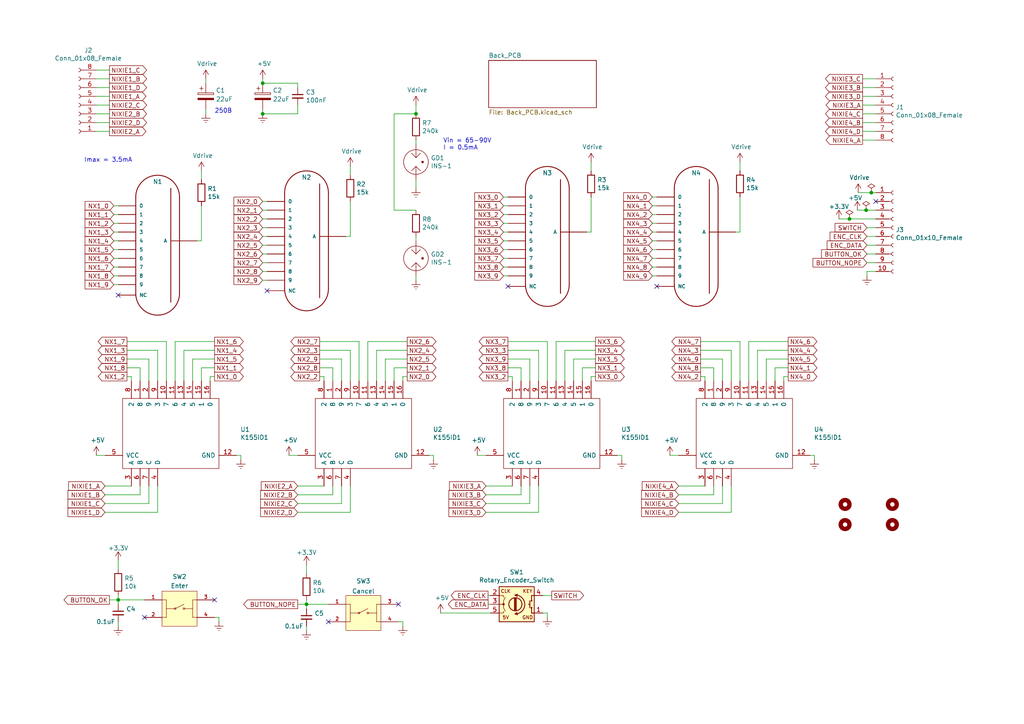
<source format=kicad_sch>
(kicad_sch (version 20211123) (generator eeschema)
  (paper "A4")
  (lib_symbols
    (symbol "Connector:Conn_01x08_Female" (pin_names (offset 1.016) hide)
      (property "Reference" "J" (at 0 10.16 0))
      (property "Value" "Conn_01x08_Female" (at 0 -12.7 0))
      (symbol "Conn_01x08_Female_1_1"
        (pin passive line (at -5.08 7.62 0) (length 3.81) (name "Pin_1") (number "1"))
        (pin passive line (at -5.08 5.08 0) (length 3.81) (name "Pin_2") (number "2"))
        (pin passive line (at -5.08 2.54 0) (length 3.81) (name "Pin_3") (number "3"))
        (pin passive line (at -5.08 0 0) (length 3.81) (name "Pin_4") (number "4"))
        (pin passive line (at -5.08 -2.54 0) (length 3.81) (name "Pin_5") (number "5"))
        (pin passive line (at -5.08 -5.08 0) (length 3.81) (name "Pin_6") (number "6"))
        (pin passive line (at -5.08 -7.62 0) (length 3.81) (name "Pin_7") (number "7"))
        (pin passive line (at -5.08 -10.16 0) (length 3.81) (name "Pin_8") (number "8"))
      )
    )
    (symbol "Connector:Conn_01x10_Female" (pin_names (offset 1.016) hide)
      (property "Reference" "J" (at 0 12.7 0))
      (property "Value" "Conn_01x10_Female" (at 0 -15.24 0))
      (symbol "Conn_01x10_Female_1_1"
        (pin passive line (at -5.08 10.16 0) (length 3.81) (name "Pin_1") (number "1"))
        (pin passive line (at -5.08 -12.7 0) (length 3.81) (name "Pin_10") (number "10"))
        (pin passive line (at -5.08 7.62 0) (length 3.81) (name "Pin_2") (number "2"))
        (pin passive line (at -5.08 5.08 0) (length 3.81) (name "Pin_3") (number "3"))
        (pin passive line (at -5.08 2.54 0) (length 3.81) (name "Pin_4") (number "4"))
        (pin passive line (at -5.08 0 0) (length 3.81) (name "Pin_5") (number "5"))
        (pin passive line (at -5.08 -2.54 0) (length 3.81) (name "Pin_6") (number "6"))
        (pin passive line (at -5.08 -5.08 0) (length 3.81) (name "Pin_7") (number "7"))
        (pin passive line (at -5.08 -7.62 0) (length 3.81) (name "Pin_8") (number "8"))
        (pin passive line (at -5.08 -10.16 0) (length 3.81) (name "Pin_9") (number "9"))
      )
    )
    (symbol "Device:C_Polarized" (pin_numbers hide) (pin_names (offset 0.254))
      (property "Reference" "C" (at 0.635 2.54 0))
      (property "Value" "C_Polarized" (at 0.635 -2.54 0))
      (symbol "C_Polarized_1_1"
        (pin passive line (at 0 3.81 270) (length 2.794) (name "~") (number "1"))
        (pin passive line (at 0 -3.81 90) (length 2.794) (name "~") (number "2"))
      )
    )
    (symbol "Device:C_Small" (pin_numbers hide) (pin_names (offset 0.254) hide)
      (property "Reference" "C" (at 0.254 1.778 0))
      (property "Value" "C_Small" (at 0.254 -2.032 0))
      (symbol "C_Small_1_1"
        (pin passive line (at 0 2.54 270) (length 2.032) (name "~") (number "1"))
        (pin passive line (at 0 -2.54 90) (length 2.032) (name "~") (number "2"))
      )
    )
    (symbol "Device:R" (pin_numbers hide) (pin_names (offset 0))
      (property "Reference" "R" (at 2.032 0 90))
      (property "Value" "R" (at 0 0 90))
      (symbol "R_1_1"
        (pin passive line (at 0 3.81 270) (length 1.27) (name "~") (number "1"))
        (pin passive line (at 0 -3.81 90) (length 1.27) (name "~") (number "2"))
      )
    )
    (symbol "Mechanical:MountingHole" (pin_names (offset 1.016))
      (property "Reference" "H" (at 0 5.08 0))
      (property "Value" "MountingHole" (at 0 3.175 0))
    )
    (symbol "Retro_clock:IN-12A" (pin_numbers hide) (pin_names (offset 1.016))
      (property "Reference" "N" (at -2.54 17.78 0))
      (symbol "IN-12A_0_0"
        (pin bidirectional line (at 15.24 -2.54 180) (length 7.62) (name "A") (number "1"))
        (pin bidirectional line (at -7.62 2.54 0) (length 5.08) (name "2") (number "10"))
        (pin bidirectional line (at -7.62 5.08 0) (length 5.08) (name "1") (number "11"))
        (pin bidirectional line (at -7.62 -18.288 0) (length 5.08) (name "NC") (number "12"))
        (pin bidirectional line (at -7.62 7.62 0) (length 5.08) (name "0") (number "2"))
        (pin bidirectional line (at -7.62 -15.24 0) (length 5.08) (name "9") (number "3"))
        (pin bidirectional line (at -7.62 -12.7 0) (length 5.08) (name "8") (number "4"))
        (pin bidirectional line (at -7.62 -10.16 0) (length 5.08) (name "7") (number "5"))
        (pin bidirectional line (at -7.62 -7.62 0) (length 5.08) (name "6") (number "6"))
        (pin bidirectional line (at -7.62 -5.08 0) (length 5.08) (name "5") (number "7"))
        (pin bidirectional line (at -7.62 -2.54 0) (length 5.08) (name "4") (number "8"))
        (pin bidirectional line (at -7.62 0 0) (length 5.08) (name "3") (number "9"))
      )
    )
    (symbol "Retro_clock:INS-1" (pin_numbers hide)
      (property "Reference" "GD" (at 5.08 0 90))
      (property "Value" "INS-1" (at 7.62 0 90))
      (symbol "INS-1_1_1"
        (pin passive line (at 0 5.08 270) (length 2.54) (name "~") (number "1"))
        (pin passive line (at 0 -5.08 90) (length 2.54) (name "~") (number "2"))
      )
    )
    (symbol "Retro_clock:K155ID1" (pin_names (offset 1.016))
      (property "Reference" "U" (at 3.81 15.24 0))
      (property "Value" "K155ID1" (at 0 -15.24 0))
      (symbol "K155ID1_1_1"
        (pin output line (at 15.24 8.89 180) (length 5.08) (name "8") (number "1"))
        (pin output line (at 15.24 1.27 180) (length 5.08) (name "7") (number "10"))
        (pin output line (at 15.24 -1.27 180) (length 5.08) (name "6") (number "11"))
        (pin power_in line (at -6.35 -19.05 90) (length 5.08) (name "GND") (number "12"))
        (pin output line (at 15.24 -3.81 180) (length 5.08) (name "4") (number "13"))
        (pin output line (at 15.24 -6.35 180) (length 5.08) (name "5") (number "14"))
        (pin output line (at 15.24 -8.89 180) (length 5.08) (name "1") (number "15"))
        (pin output line (at 15.24 -11.43 180) (length 5.08) (name "0") (number "16"))
        (pin output line (at 15.24 6.35 180) (length 5.08) (name "9") (number "2"))
        (pin input line (at -15.24 11.43 0) (length 5.08) (name "A") (number "3"))
        (pin input line (at -15.24 3.81 0) (length 5.08) (name "D") (number "4"))
        (pin power_in line (at -6.35 19.05 270) (length 5.08) (name "VCC") (number "5"))
        (pin input line (at -15.24 8.89 0) (length 5.08) (name "B") (number "6"))
        (pin input line (at -15.24 6.35 0) (length 5.08) (name "C") (number "7"))
        (pin output line (at 15.24 11.43 180) (length 5.08) (name "2") (number "8"))
        (pin output line (at 15.24 3.81 180) (length 5.08) (name "3") (number "9"))
      )
    )
    (symbol "Retro_clock:KLS7-TS6601-13.0-180" (pin_names (offset 1.016) hide)
      (property "Reference" "SW" (at -5.08 5.842 0))
      (property "Value" "KLS7-TS6601-13.0-180" (at -5.08 -7.62 0))
      (symbol "KLS7-TS6601-13.0-180_0_0"
        (pin passive line (at -10.16 2.54 0) (length 5.08) (name "~") (number "1"))
        (pin passive line (at -10.16 -2.54 0) (length 5.08) (name "~") (number "2"))
        (pin passive line (at 10.16 2.54 180) (length 5.08) (name "~") (number "3"))
        (pin passive line (at 10.16 -2.54 180) (length 5.08) (name "~") (number "4"))
      )
    )
    (symbol "Retro_clock:Rotary_Encoder_Switch" (pin_names (offset 0.254) hide)
      (property "Reference" "SW" (at 0 6.604 0))
      (property "Value" "Rotary_Encoder_Switch" (at 0 -6.604 0))
      (symbol "Rotary_Encoder_Switch_0_0"
        (text "5V" (at -3.175 -3.81 0) (effects (font (size 0.9906 0.9906))))
        (text "CLK" (at -3.175 3.81 0) (effects (font (size 0.9906 0.9906))))
        (text "GND" (at 3.175 -3.81 0) (effects (font (size 0.9906 0.9906))))
        (text "KEY" (at 3.175 3.81 0) (effects (font (size 0.9906 0.9906))))
      )
      (symbol "Rotary_Encoder_Switch_1_1"
        (pin passive line (at 7.62 -2.54 180) (length 2.54) (name "GND") (number "1"))
        (pin passive line (at -7.62 2.54 0) (length 2.54) (name "CLK") (number "2"))
        (pin passive line (at -7.62 0 0) (length 2.54) (name "DATA") (number "3"))
        (pin passive line (at 7.62 2.54 180) (length 2.54) (name "KEY") (number "4"))
        (pin passive line (at -7.62 -2.54 0) (length 2.54) (name "5V") (number "5"))
      )
    )
    (symbol "power:+3.3V" (power) (pin_names (offset 0))
      (property "Value" "+3.3V" (at 0 3.556 0))
      (symbol "+3.3V_1_1"
        (pin power_in line (at 0 0 90) (length 0) hide (name "+3.3V") (number "1"))
      )
    )
    (symbol "power:+5V" (power) (pin_names (offset 0))
      (property "Value" "+5V" (at 0 3.556 0))
      (symbol "+5V_1_1"
        (pin power_in line (at 0 0 90) (length 0) hide (name "+5V") (number "1"))
      )
    )
    (symbol "power:Earth" (power) (pin_names (offset 0))
      (symbol "Earth_1_1"
        (pin power_in line (at 0 0 270) (length 0) hide (name "Earth") (number "1"))
      )
    )
    (symbol "power:PWR_FLAG" (power) (pin_numbers hide) (pin_names (offset 0) hide)
      (property "Value" "PWR_FLAG" (at 0 3.81 0))
      (symbol "PWR_FLAG_0_0"
        (pin power_out line (at 0 0 90) (length 0) (name "pwr") (number "1"))
      )
    )
    (symbol "power:Vdrive" (power) (pin_names (offset 0))
      (property "Value" "Vdrive" (at 0 3.81 0))
      (symbol "Vdrive_1_1"
        (pin power_in line (at 0 0 90) (length 0) hide (name "Vdrive") (number "1"))
      )
    )
  )
  (junction (at 120.65 33.02))
  (junction (at 246.38 63.5))
  (junction (at 76.2 33.02))
  (junction (at 76.2 24.13))
  (junction (at 252.73 55.88))
  (junction (at 251.206 60.96))
  (junction (at 34.29 173.99))
  (junction (at 88.9 175.26))
  (no_connect (at 95.25 180.34))
  (no_connect (at 190.5 83.058))
  (no_connect (at 41.91 179.07))
  (no_connect (at 147.32 83.058))
  (no_connect (at 254 58.42))
  (no_connect (at 62.23 173.99))
  (no_connect (at 115.57 175.26))
  (no_connect (at 77.47 84.328))
  (no_connect (at 34.29 85.598))
  (wire (pts (xy 163.83 101.6) (xy 172.72 101.6)))
  (wire (pts (xy 45.72 148.59) (xy 45.72 140.97)))
  (wire (pts (xy 151.13 106.68) (xy 151.13 110.49)))
  (wire (pts (xy 172.72 109.22) (xy 171.45 109.22)))
  (wire (pts (xy 209.55 146.05) (xy 209.55 140.97)))
  (wire (pts (xy 76.2 81.28) (xy 77.47 81.28)))
  (wire (pts (xy 254 35.56) (xy 250.19 35.56)))
  (wire (pts (xy 120.65 52.07) (xy 120.65 54.61)))
  (wire (pts (xy 148.59 109.22) (xy 148.59 110.49)))
  (wire (pts (xy 140.97 143.51) (xy 151.13 143.51)))
  (wire (pts (xy 254 30.48) (xy 250.19 30.48)))
  (wire (pts (xy 217.17 99.06) (xy 228.6 99.06)))
  (wire (pts (xy 251.46 68.58) (xy 254 68.58)))
  (wire (pts (xy 43.18 146.05) (xy 43.18 140.97)))
  (wire (pts (xy 168.91 106.68) (xy 168.91 110.49)))
  (wire (pts (xy 151.13 143.51) (xy 151.13 140.97)))
  (wire (pts (xy 101.6 58.42) (xy 101.6 68.58)))
  (wire (pts (xy 114.3 106.68) (xy 114.3 110.49)))
  (wire (pts (xy 62.23 106.68) (xy 58.42 106.68)))
  (wire (pts (xy 118.11 106.68) (xy 114.3 106.68)))
  (wire (pts (xy 163.83 110.49) (xy 163.83 101.6)))
  (wire (pts (xy 109.22 101.6) (xy 118.11 101.6)))
  (wire (pts (xy 146.05 59.69) (xy 147.32 59.69)))
  (wire (pts (xy 86.36 33.02) (xy 76.2 33.02)))
  (wire (pts (xy 146.05 77.47) (xy 147.32 77.47)))
  (wire (pts (xy 34.29 172.72) (xy 34.29 173.99)))
  (wire (pts (xy 142.24 177.8) (xy 127.7874 177.8)))
  (wire (pts (xy 27.94 30.48) (xy 31.75 30.48)))
  (wire (pts (xy 45.72 101.6) (xy 45.72 110.49)))
  (wire (pts (xy 59.69 22.86) (xy 59.69 24.13)))
  (wire (pts (xy 158.75 179.07) (xy 158.75 177.8)))
  (wire (pts (xy 120.65 30.48) (xy 120.65 33.02)))
  (wire (pts (xy 161.29 99.06) (xy 172.72 99.06)))
  (wire (pts (xy 101.6 68.58) (xy 100.33 68.58)))
  (wire (pts (xy 246.38 63.5) (xy 254 63.5)))
  (wire (pts (xy 99.06 146.05) (xy 99.06 140.97)))
  (wire (pts (xy 118.11 109.22) (xy 116.84 109.22)))
  (wire (pts (xy 153.67 146.05) (xy 153.67 140.97)))
  (wire (pts (xy 30.48 148.59) (xy 45.72 148.59)))
  (wire (pts (xy 189.23 67.31) (xy 190.5 67.31)))
  (wire (pts (xy 189.23 77.47) (xy 190.5 77.47)))
  (wire (pts (xy 86.36 175.26) (xy 88.9 175.26)))
  (wire (pts (xy 34.29 181.61) (xy 34.29 180.34)))
  (wire (pts (xy 58.42 106.68) (xy 58.42 110.49)))
  (wire (pts (xy 243.332 63.5) (xy 246.38 63.5)))
  (wire (pts (xy 214.63 46.99) (xy 214.63 49.53)))
  (wire (pts (xy 142.24 172.72) (xy 141.5542 172.72)))
  (wire (pts (xy 101.6 48.26) (xy 101.6 50.8)))
  (wire (pts (xy 106.68 99.06) (xy 106.68 110.49)))
  (wire (pts (xy 251.46 71.12) (xy 254 71.12)))
  (wire (pts (xy 33.02 67.31) (xy 34.29 67.31)))
  (wire (pts (xy 146.05 80.01) (xy 147.32 80.01)))
  (wire (pts (xy 212.09 101.6) (xy 212.09 110.49)))
  (wire (pts (xy 31.75 173.99) (xy 34.29 173.99)))
  (wire (pts (xy 219.71 110.49) (xy 219.71 101.6)))
  (wire (pts (xy 146.05 57.15) (xy 147.32 57.15)))
  (wire (pts (xy 125.73 133.35) (xy 125.73 132.08)))
  (wire (pts (xy 189.23 64.77) (xy 190.5 64.77)))
  (wire (pts (xy 101.6 148.59) (xy 101.6 140.97)))
  (wire (pts (xy 146.05 69.85) (xy 147.32 69.85)))
  (wire (pts (xy 27.94 25.4) (xy 31.75 25.4)))
  (wire (pts (xy 76.2 33.02) (xy 76.2 31.75)))
  (wire (pts (xy 209.55 104.14) (xy 203.2 104.14)))
  (wire (pts (xy 76.2 68.58) (xy 77.47 68.58)))
  (wire (pts (xy 254 66.04) (xy 251.46 66.04)))
  (wire (pts (xy 125.73 132.08) (xy 124.46 132.08)))
  (wire (pts (xy 158.75 99.06) (xy 158.75 110.49)))
  (wire (pts (xy 114.3 33.02) (xy 114.3 60.96)))
  (wire (pts (xy 227.33 109.22) (xy 227.33 110.49)))
  (wire (pts (xy 34.29 175.26) (xy 34.29 173.99)))
  (wire (pts (xy 62.23 109.22) (xy 60.96 109.22)))
  (wire (pts (xy 76.2 66.04) (xy 77.47 66.04)))
  (wire (pts (xy 189.23 62.23) (xy 190.5 62.23)))
  (wire (pts (xy 53.34 110.49) (xy 53.34 101.6)))
  (wire (pts (xy 43.18 104.14) (xy 36.83 104.14)))
  (wire (pts (xy 53.34 101.6) (xy 62.23 101.6)))
  (wire (pts (xy 33.02 77.47) (xy 34.29 77.47)))
  (wire (pts (xy 33.02 62.23) (xy 34.29 62.23)))
  (wire (pts (xy 33.02 64.77) (xy 34.29 64.77)))
  (wire (pts (xy 251.46 76.2) (xy 254 76.2)))
  (wire (pts (xy 106.68 99.06) (xy 118.11 99.06)))
  (wire (pts (xy 252.73 55.88) (xy 248.92 55.88)))
  (wire (pts (xy 76.2 24.13) (xy 86.36 24.13)))
  (wire (pts (xy 196.85 146.05) (xy 209.55 146.05)))
  (wire (pts (xy 109.22 110.49) (xy 109.22 101.6)))
  (wire (pts (xy 254 78.74) (xy 251.46 78.74)))
  (wire (pts (xy 189.23 72.39) (xy 190.5 72.39)))
  (wire (pts (xy 27.94 38.1) (xy 31.75 38.1)))
  (wire (pts (xy 207.01 106.68) (xy 207.01 110.49)))
  (wire (pts (xy 196.85 143.51) (xy 207.01 143.51)))
  (wire (pts (xy 60.96 109.22) (xy 60.96 110.49)))
  (wire (pts (xy 142.24 175.26) (xy 141.5796 175.26)))
  (wire (pts (xy 180.34 132.08) (xy 179.07 132.08)))
  (wire (pts (xy 196.85 132.08) (xy 194.31 132.08)))
  (wire (pts (xy 59.69 31.75) (xy 59.69 33.02)))
  (wire (pts (xy 36.83 99.06) (xy 48.26 99.06)))
  (wire (pts (xy 204.47 109.22) (xy 204.47 110.49)))
  (wire (pts (xy 161.29 99.06) (xy 161.29 110.49)))
  (wire (pts (xy 43.18 110.49) (xy 43.18 104.14)))
  (wire (pts (xy 171.45 57.15) (xy 171.45 67.31)))
  (wire (pts (xy 116.84 180.34) (xy 115.57 180.34)))
  (wire (pts (xy 62.23 104.14) (xy 55.88 104.14)))
  (wire (pts (xy 116.84 109.22) (xy 116.84 110.49)))
  (wire (pts (xy 203.2 99.06) (xy 214.63 99.06)))
  (wire (pts (xy 34.29 173.99) (xy 41.91 173.99)))
  (wire (pts (xy 101.6 101.6) (xy 101.6 110.49)))
  (wire (pts (xy 99.06 110.49) (xy 99.06 104.14)))
  (wire (pts (xy 27.94 22.86) (xy 31.75 22.86)))
  (wire (pts (xy 157.48 172.72) (xy 160.02 172.72)))
  (wire (pts (xy 33.02 69.85) (xy 34.29 69.85)))
  (wire (pts (xy 30.48 140.97) (xy 38.1 140.97)))
  (wire (pts (xy 189.23 74.93) (xy 190.5 74.93)))
  (wire (pts (xy 120.65 40.64) (xy 120.65 41.91)))
  (wire (pts (xy 33.02 80.01) (xy 34.29 80.01)))
  (wire (pts (xy 76.2 71.12) (xy 77.47 71.12)))
  (wire (pts (xy 76.2 58.42) (xy 77.47 58.42)))
  (wire (pts (xy 114.3 60.96) (xy 120.65 60.96)))
  (wire (pts (xy 172.72 106.68) (xy 168.91 106.68)))
  (wire (pts (xy 33.02 59.69) (xy 34.29 59.69)))
  (wire (pts (xy 171.45 67.31) (xy 170.18 67.31)))
  (wire (pts (xy 146.05 74.93) (xy 147.32 74.93)))
  (wire (pts (xy 30.48 132.08) (xy 27.94 132.08)))
  (wire (pts (xy 254 22.86) (xy 250.19 22.86)))
  (wire (pts (xy 36.83 101.6) (xy 45.72 101.6)))
  (wire (pts (xy 207.01 143.51) (xy 207.01 140.97)))
  (wire (pts (xy 76.2 63.5) (xy 77.47 63.5)))
  (wire (pts (xy 209.55 110.49) (xy 209.55 104.14)))
  (wire (pts (xy 171.45 46.99) (xy 171.45 49.53)))
  (wire (pts (xy 171.45 109.22) (xy 171.45 110.49)))
  (wire (pts (xy 120.65 33.02) (xy 114.3 33.02)))
  (wire (pts (xy 120.65 80.01) (xy 120.65 81.28)))
  (wire (pts (xy 236.22 133.35) (xy 236.22 132.08)))
  (wire (pts (xy 76.2 60.96) (xy 77.47 60.96)))
  (wire (pts (xy 254 33.02) (xy 250.19 33.02)))
  (wire (pts (xy 222.25 104.14) (xy 222.25 110.49)))
  (wire (pts (xy 58.42 69.85) (xy 57.15 69.85)))
  (wire (pts (xy 88.9 163.83) (xy 88.9 166.37)))
  (wire (pts (xy 27.94 35.56) (xy 31.75 35.56)))
  (wire (pts (xy 88.9 182.88) (xy 88.9 181.61)))
  (wire (pts (xy 203.2 101.6) (xy 212.09 101.6)))
  (wire (pts (xy 63.5 180.34) (xy 63.5 179.07)))
  (wire (pts (xy 48.26 99.06) (xy 48.26 110.49)))
  (wire (pts (xy 147.32 106.68) (xy 151.13 106.68)))
  (wire (pts (xy 217.17 99.06) (xy 217.17 110.49)))
  (wire (pts (xy 196.85 148.59) (xy 212.09 148.59)))
  (wire (pts (xy 156.21 148.59) (xy 156.21 140.97)))
  (wire (pts (xy 88.9 175.26) (xy 95.25 175.26)))
  (wire (pts (xy 27.94 27.94) (xy 31.75 27.94)))
  (wire (pts (xy 38.1 109.22) (xy 38.1 110.49)))
  (wire (pts (xy 86.36 148.59) (xy 101.6 148.59)))
  (wire (pts (xy 92.71 106.68) (xy 96.52 106.68)))
  (wire (pts (xy 166.37 104.14) (xy 166.37 110.49)))
  (wire (pts (xy 212.09 148.59) (xy 212.09 140.97)))
  (wire (pts (xy 40.64 106.68) (xy 40.64 110.49)))
  (wire (pts (xy 93.98 109.22) (xy 93.98 110.49)))
  (wire (pts (xy 203.2 106.68) (xy 207.01 106.68)))
  (wire (pts (xy 86.36 146.05) (xy 99.06 146.05)))
  (wire (pts (xy 40.64 143.51) (xy 40.64 140.97)))
  (wire (pts (xy 92.71 99.06) (xy 104.14 99.06)))
  (wire (pts (xy 34.29 162.56) (xy 34.29 165.1)))
  (wire (pts (xy 172.72 104.14) (xy 166.37 104.14)))
  (wire (pts (xy 146.05 67.31) (xy 147.32 67.31)))
  (wire (pts (xy 251.206 60.96) (xy 254 60.96)))
  (wire (pts (xy 76.2 78.74) (xy 77.47 78.74)))
  (wire (pts (xy 116.84 181.61) (xy 116.84 180.34)))
  (wire (pts (xy 69.85 132.08) (xy 68.58 132.08)))
  (wire (pts (xy 147.32 99.06) (xy 158.75 99.06)))
  (wire (pts (xy 236.22 132.08) (xy 234.95 132.08)))
  (wire (pts (xy 189.23 69.85) (xy 190.5 69.85)))
  (wire (pts (xy 146.05 62.23) (xy 147.32 62.23)))
  (wire (pts (xy 147.32 109.22) (xy 148.59 109.22)))
  (wire (pts (xy 140.97 146.05) (xy 153.67 146.05)))
  (wire (pts (xy 248.666 60.96) (xy 251.206 60.96)))
  (wire (pts (xy 118.11 104.14) (xy 111.76 104.14)))
  (wire (pts (xy 96.52 106.68) (xy 96.52 110.49)))
  (wire (pts (xy 153.67 104.14) (xy 147.32 104.14)))
  (wire (pts (xy 88.9 176.53) (xy 88.9 175.26)))
  (wire (pts (xy 86.36 30.48) (xy 86.36 33.02)))
  (wire (pts (xy 58.42 59.69) (xy 58.42 69.85)))
  (wire (pts (xy 120.65 68.58) (xy 120.65 69.85)))
  (wire (pts (xy 254 27.94) (xy 250.19 27.94)))
  (wire (pts (xy 214.63 99.06) (xy 214.63 110.49)))
  (wire (pts (xy 254 38.1) (xy 250.19 38.1)))
  (wire (pts (xy 27.94 33.02) (xy 31.75 33.02)))
  (wire (pts (xy 27.94 20.32) (xy 31.75 20.32)))
  (wire (pts (xy 96.52 143.51) (xy 96.52 140.97)))
  (wire (pts (xy 251.46 80.01) (xy 251.46 78.74)))
  (wire (pts (xy 228.6 106.68) (xy 224.79 106.68)))
  (wire (pts (xy 33.02 82.55) (xy 34.29 82.55)))
  (wire (pts (xy 69.85 133.35) (xy 69.85 132.08)))
  (wire (pts (xy 158.75 177.8) (xy 157.48 177.8)))
  (wire (pts (xy 189.23 80.01) (xy 190.5 80.01)))
  (wire (pts (xy 214.63 67.31) (xy 213.36 67.31)))
  (wire (pts (xy 140.97 148.59) (xy 156.21 148.59)))
  (wire (pts (xy 214.63 57.15) (xy 214.63 67.31)))
  (wire (pts (xy 111.76 104.14) (xy 111.76 110.49)))
  (wire (pts (xy 86.36 132.08) (xy 83.82 132.08)))
  (wire (pts (xy 153.67 110.49) (xy 153.67 104.14)))
  (wire (pts (xy 228.6 109.22) (xy 227.33 109.22)))
  (wire (pts (xy 30.48 146.05) (xy 43.18 146.05)))
  (wire (pts (xy 189.23 59.69) (xy 190.5 59.69)))
  (wire (pts (xy 140.97 140.97) (xy 148.59 140.97)))
  (wire (pts (xy 86.36 140.97) (xy 93.98 140.97)))
  (wire (pts (xy 50.8 99.06) (xy 62.23 99.06)))
  (wire (pts (xy 203.2 109.22) (xy 204.47 109.22)))
  (wire (pts (xy 30.48 143.51) (xy 40.64 143.51)))
  (wire (pts (xy 86.36 143.51) (xy 96.52 143.51)))
  (wire (pts (xy 76.2 73.66) (xy 77.47 73.66)))
  (wire (pts (xy 104.14 99.06) (xy 104.14 110.49)))
  (wire (pts (xy 86.36 24.13) (xy 86.36 25.4)))
  (wire (pts (xy 36.83 109.22) (xy 38.1 109.22)))
  (wire (pts (xy 50.8 99.06) (xy 50.8 110.49)))
  (wire (pts (xy 254 55.88) (xy 252.73 55.88)))
  (wire (pts (xy 88.9 173.99) (xy 88.9 175.26)))
  (wire (pts (xy 228.6 104.14) (xy 222.25 104.14)))
  (wire (pts (xy 146.05 64.77) (xy 147.32 64.77)))
  (wire (pts (xy 140.97 132.08) (xy 138.43 132.08)))
  (wire (pts (xy 58.42 49.53) (xy 58.42 52.07)))
  (wire (pts (xy 224.79 106.68) (xy 224.79 110.49)))
  (wire (pts (xy 254 40.64) (xy 250.19 40.64)))
  (wire (pts (xy 254 25.4) (xy 250.19 25.4)))
  (wire (pts (xy 76.2 76.2) (xy 77.47 76.2)))
  (wire (pts (xy 147.32 101.6) (xy 156.21 101.6)))
  (wire (pts (xy 99.06 104.14) (xy 92.71 104.14)))
  (wire (pts (xy 180.34 133.35) (xy 180.34 132.08)))
  (wire (pts (xy 63.5 179.07) (xy 62.23 179.07)))
  (wire (pts (xy 33.02 72.39) (xy 34.29 72.39)))
  (wire (pts (xy 36.83 106.68) (xy 40.64 106.68)))
  (wire (pts (xy 146.05 72.39) (xy 147.32 72.39)))
  (wire (pts (xy 251.46 73.66) (xy 254 73.66)))
  (wire (pts (xy 33.02 74.93) (xy 34.29 74.93)))
  (wire (pts (xy 92.71 101.6) (xy 101.6 101.6)))
  (wire (pts (xy 189.23 57.15) (xy 190.5 57.15)))
  (wire (pts (xy 196.85 140.97) (xy 204.47 140.97)))
  (wire (pts (xy 156.21 101.6) (xy 156.21 110.49)))
  (wire (pts (xy 92.71 109.22) (xy 93.98 109.22)))
  (wire (pts (xy 76.2 22.86) (xy 76.2 24.13)))
  (wire (pts (xy 219.71 101.6) (xy 228.6 101.6)))
  (wire (pts (xy 55.88 104.14) (xy 55.88 110.49)))
  (text "\n" (at 31.75 191.77 0) (effects (font (size 1.27 1.27)) (justify left bottom)))
  (text "Imax = 3.5mA" (at 24.384 47.244 0) (effects (font (size 1.27 1.27)) (justify left bottom)))
  (text "Vin = 65-90V\nI = 0.5mA" (at 128.524 43.688 0) (effects (font (size 1.27 1.27)) (justify left bottom)))
  (text "250В" (at 62.23 33.02 0) (effects (font (size 1.27 1.27)) (justify left bottom)))
  (global_label "NX3_9" (shape output) (at 147.32 104.14 180) (property "Intersheet References" "${INTERSHEET_REFS}" (effects hide)))
  (global_label "NX1_8" (shape input) (at 33.02 80.01 180) (property "Intersheet References" "${INTERSHEET_REFS}" (effects hide)))
  (global_label "BUTTON_OK" (shape input) (at 251.46 73.66 180) (property "Intersheet References" "${INTERSHEET_REFS}" (effects hide)))
  (global_label "NX2_4" (shape input) (at 76.2 68.58 180) (property "Intersheet References" "${INTERSHEET_REFS}" (effects hide)))
  (global_label "NX1_4" (shape input) (at 33.02 69.85 180) (property "Intersheet References" "${INTERSHEET_REFS}" (effects hide)))
  (global_label "NX1_6" (shape output) (at 62.23 99.06 0) (property "Intersheet References" "${INTERSHEET_REFS}" (effects hide)))
  (global_label "NX1_1" (shape output) (at 62.23 106.68 0) (property "Intersheet References" "${INTERSHEET_REFS}" (effects hide)))
  (global_label "NIXIE3_D" (shape output) (at 250.19 27.94 180) (property "Intersheet References" "${INTERSHEET_REFS}" (effects hide)))
  (global_label "NX2_6" (shape input) (at 76.2 73.66 180) (property "Intersheet References" "${INTERSHEET_REFS}" (effects hide)))
  (global_label "NX4_2" (shape input) (at 189.23 62.23 180) (property "Intersheet References" "${INTERSHEET_REFS}" (effects hide)))
  (global_label "NX3_5" (shape input) (at 146.05 69.85 180) (property "Intersheet References" "${INTERSHEET_REFS}" (effects hide)))
  (global_label "NX2_3" (shape output) (at 92.71 101.6 180) (property "Intersheet References" "${INTERSHEET_REFS}" (effects hide)))
  (global_label "NX1_5" (shape output) (at 62.23 104.14 0) (property "Intersheet References" "${INTERSHEET_REFS}" (effects hide)))
  (global_label "NX4_2" (shape output) (at 203.2 109.22 180) (property "Intersheet References" "${INTERSHEET_REFS}" (effects hide)))
  (global_label "NX3_4" (shape output) (at 172.72 101.6 0) (property "Intersheet References" "${INTERSHEET_REFS}" (effects hide)))
  (global_label "NX2_5" (shape output) (at 118.11 104.14 0) (property "Intersheet References" "${INTERSHEET_REFS}" (effects hide)))
  (global_label "NX2_4" (shape output) (at 118.11 101.6 0) (property "Intersheet References" "${INTERSHEET_REFS}" (effects hide)))
  (global_label "NIXIE4_B" (shape output) (at 250.19 35.56 180) (property "Intersheet References" "${INTERSHEET_REFS}" (effects hide)))
  (global_label "NX1_2" (shape output) (at 36.83 109.22 180) (property "Intersheet References" "${INTERSHEET_REFS}" (effects hide)))
  (global_label "ENC_DATA" (shape input) (at 251.46 71.12 180) (property "Intersheet References" "${INTERSHEET_REFS}" (effects hide)))
  (global_label "NX2_9" (shape input) (at 76.2 81.28 180) (property "Intersheet References" "${INTERSHEET_REFS}" (effects hide)))
  (global_label "NIXIE2_C" (shape output) (at 31.75 30.48 0) (property "Intersheet References" "${INTERSHEET_REFS}" (effects hide)))
  (global_label "NX3_9" (shape input) (at 146.05 80.01 180) (property "Intersheet References" "${INTERSHEET_REFS}" (effects hide)))
  (global_label "NX4_5" (shape output) (at 228.6 104.14 0) (property "Intersheet References" "${INTERSHEET_REFS}" (effects hide)))
  (global_label "BUTTON_NOPE" (shape input) (at 251.46 76.2 180) (property "Intersheet References" "${INTERSHEET_REFS}" (effects hide)))
  (global_label "NIXIE2_C" (shape input) (at 86.36 146.05 180) (property "Intersheet References" "${INTERSHEET_REFS}" (effects hide)))
  (global_label "NX3_5" (shape output) (at 172.72 104.14 0) (property "Intersheet References" "${INTERSHEET_REFS}" (effects hide)))
  (global_label "NIXIE3_B" (shape output) (at 250.19 25.4 180) (property "Intersheet References" "${INTERSHEET_REFS}" (effects hide)))
  (global_label "NX2_3" (shape input) (at 76.2 66.04 180) (property "Intersheet References" "${INTERSHEET_REFS}" (effects hide)))
  (global_label "NX3_1" (shape input) (at 146.05 59.69 180) (property "Intersheet References" "${INTERSHEET_REFS}" (effects hide)))
  (global_label "NIXIE3_A" (shape output) (at 250.19 30.48 180) (property "Intersheet References" "${INTERSHEET_REFS}" (effects hide)))
  (global_label "NX4_5" (shape input) (at 189.23 69.85 180) (property "Intersheet References" "${INTERSHEET_REFS}" (effects hide)))
  (global_label "NX1_7" (shape input) (at 33.02 77.47 180) (property "Intersheet References" "${INTERSHEET_REFS}" (effects hide)))
  (global_label "NIXIE1_A" (shape input) (at 30.48 140.97 180) (property "Intersheet References" "${INTERSHEET_REFS}" (effects hide)))
  (global_label "NIXIE4_D" (shape input) (at 196.85 148.59 180) (property "Intersheet References" "${INTERSHEET_REFS}" (effects hide)))
  (global_label "NX3_6" (shape input) (at 146.05 72.39 180) (property "Intersheet References" "${INTERSHEET_REFS}" (effects hide)))
  (global_label "NX4_0" (shape output) (at 228.6 109.22 0) (property "Intersheet References" "${INTERSHEET_REFS}" (effects hide)))
  (global_label "NX1_9" (shape output) (at 36.83 104.14 180) (property "Intersheet References" "${INTERSHEET_REFS}" (effects hide)))
  (global_label "NX3_8" (shape input) (at 146.05 77.47 180) (property "Intersheet References" "${INTERSHEET_REFS}" (effects hide)))
  (global_label "NX4_9" (shape input) (at 189.23 80.01 180) (property "Intersheet References" "${INTERSHEET_REFS}" (effects hide)))
  (global_label "SWITCH" (shape input) (at 251.46 66.04 180) (property "Intersheet References" "${INTERSHEET_REFS}" (effects hide)))
  (global_label "NIXIE1_D" (shape output) (at 31.75 25.4 0) (property "Intersheet References" "${INTERSHEET_REFS}" (effects hide)))
  (global_label "NX1_6" (shape input) (at 33.02 74.93 180) (property "Intersheet References" "${INTERSHEET_REFS}" (effects hide)))
  (global_label "NIXIE4_B" (shape input) (at 196.85 143.51 180) (property "Intersheet References" "${INTERSHEET_REFS}" (effects hide)))
  (global_label "NX1_0" (shape output) (at 62.23 109.22 0) (property "Intersheet References" "${INTERSHEET_REFS}" (effects hide)))
  (global_label "NX3_4" (shape input) (at 146.05 67.31 180) (property "Intersheet References" "${INTERSHEET_REFS}" (effects hide)))
  (global_label "NX3_1" (shape output) (at 172.72 106.68 0) (property "Intersheet References" "${INTERSHEET_REFS}" (effects hide)))
  (global_label "NX4_6" (shape input) (at 189.23 72.39 180) (property "Intersheet References" "${INTERSHEET_REFS}" (effects hide)))
  (global_label "NX1_2" (shape input) (at 33.02 64.77 180) (property "Intersheet References" "${INTERSHEET_REFS}" (effects hide)))
  (global_label "NIXIE3_C" (shape output) (at 250.19 22.86 180) (property "Intersheet References" "${INTERSHEET_REFS}" (effects hide)))
  (global_label "NX3_3" (shape output) (at 147.32 101.6 180) (property "Intersheet References" "${INTERSHEET_REFS}" (effects hide)))
  (global_label "NX1_8" (shape output) (at 36.83 106.68 180) (property "Intersheet References" "${INTERSHEET_REFS}" (effects hide)))
  (global_label "SWITCH" (shape output) (at 160.02 172.72 0) (property "Intersheet References" "${INTERSHEET_REFS}" (effects hide)))
  (global_label "NX2_7" (shape input) (at 76.2 76.2 180) (property "Intersheet References" "${INTERSHEET_REFS}" (effects hide)))
  (global_label "NX4_3" (shape output) (at 203.2 101.6 180) (property "Intersheet References" "${INTERSHEET_REFS}" (effects hide)))
  (global_label "NX3_2" (shape input) (at 146.05 62.23 180) (property "Intersheet References" "${INTERSHEET_REFS}" (effects hide)))
  (global_label "ENC_CLK" (shape input) (at 251.46 68.58 180) (property "Intersheet References" "${INTERSHEET_REFS}" (effects hide)))
  (global_label "NX4_8" (shape output) (at 203.2 106.68 180) (property "Intersheet References" "${INTERSHEET_REFS}" (effects hide)))
  (global_label "NIXIE4_C" (shape input) (at 196.85 146.05 180) (property "Intersheet References" "${INTERSHEET_REFS}" (effects hide)))
  (global_label "ENC_DATA" (shape output) (at 141.5796 175.26 180) (property "Intersheet References" "${INTERSHEET_REFS}" (effects hide)))
  (global_label "NIXIE4_A" (shape output) (at 250.19 40.64 180) (property "Intersheet References" "${INTERSHEET_REFS}" (effects hide)))
  (global_label "NX4_3" (shape input) (at 189.23 64.77 180) (property "Intersheet References" "${INTERSHEET_REFS}" (effects hide)))
  (global_label "NX3_8" (shape output) (at 147.32 106.68 180) (property "Intersheet References" "${INTERSHEET_REFS}" (effects hide)))
  (global_label "NX4_7" (shape input) (at 189.23 74.93 180) (property "Intersheet References" "${INTERSHEET_REFS}" (effects hide)))
  (global_label "NX4_1" (shape output) (at 228.6 106.68 0) (property "Intersheet References" "${INTERSHEET_REFS}" (effects hide)))
  (global_label "NIXIE1_C" (shape output) (at 31.75 20.32 0) (property "Intersheet References" "${INTERSHEET_REFS}" (effects hide)))
  (global_label "NX2_9" (shape output) (at 92.71 104.14 180) (property "Intersheet References" "${INTERSHEET_REFS}" (effects hide)))
  (global_label "NX2_5" (shape input) (at 76.2 71.12 180) (property "Intersheet References" "${INTERSHEET_REFS}" (effects hide)))
  (global_label "NX1_3" (shape output) (at 36.83 101.6 180) (property "Intersheet References" "${INTERSHEET_REFS}" (effects hide)))
  (global_label "BUTTON_NOPE" (shape output) (at 86.36 175.26 180) (property "Intersheet References" "${INTERSHEET_REFS}" (effects hide)))
  (global_label "NIXIE3_A" (shape input) (at 140.97 140.97 180) (property "Intersheet References" "${INTERSHEET_REFS}" (effects hide)))
  (global_label "NIXIE1_A" (shape output) (at 31.75 27.94 0) (property "Intersheet References" "${INTERSHEET_REFS}" (effects hide)))
  (global_label "NIXIE4_D" (shape output) (at 250.19 38.1 180) (property "Intersheet References" "${INTERSHEET_REFS}" (effects hide)))
  (global_label "NIXIE3_B" (shape input) (at 140.97 143.51 180) (property "Intersheet References" "${INTERSHEET_REFS}" (effects hide)))
  (global_label "NX2_0" (shape input) (at 76.2 58.42 180) (property "Intersheet References" "${INTERSHEET_REFS}" (effects hide)))
  (global_label "NX2_2" (shape input) (at 76.2 63.5 180) (property "Intersheet References" "${INTERSHEET_REFS}" (effects hide)))
  (global_label "NX1_4" (shape output) (at 62.23 101.6 0) (property "Intersheet References" "${INTERSHEET_REFS}" (effects hide)))
  (global_label "NX4_9" (shape output) (at 203.2 104.14 180) (property "Intersheet References" "${INTERSHEET_REFS}" (effects hide)))
  (global_label "NIXIE2_D" (shape output) (at 31.75 35.56 0) (property "Intersheet References" "${INTERSHEET_REFS}" (effects hide)))
  (global_label "NIXIE2_A" (shape input) (at 86.36 140.97 180) (property "Intersheet References" "${INTERSHEET_REFS}" (effects hide)))
  (global_label "NX4_4" (shape input) (at 189.23 67.31 180) (property "Intersheet References" "${INTERSHEET_REFS}" (effects hide)))
  (global_label "NX2_8" (shape input) (at 76.2 78.74 180) (property "Intersheet References" "${INTERSHEET_REFS}" (effects hide)))
  (global_label "NX2_6" (shape output) (at 118.11 99.06 0) (property "Intersheet References" "${INTERSHEET_REFS}" (effects hide)))
  (global_label "NX2_1" (shape input) (at 76.2 60.96 180) (property "Intersheet References" "${INTERSHEET_REFS}" (effects hide)))
  (global_label "NX1_9" (shape input) (at 33.02 82.55 180) (property "Intersheet References" "${INTERSHEET_REFS}" (effects hide)))
  (global_label "NX1_3" (shape input) (at 33.02 67.31 180) (property "Intersheet References" "${INTERSHEET_REFS}" (effects hide)))
  (global_label "NX2_1" (shape output) (at 118.11 106.68 0) (property "Intersheet References" "${INTERSHEET_REFS}" (effects hide)))
  (global_label "NIXIE3_C" (shape input) (at 140.97 146.05 180) (property "Intersheet References" "${INTERSHEET_REFS}" (effects hide)))
  (global_label "NX3_0" (shape input) (at 146.05 57.15 180) (property "Intersheet References" "${INTERSHEET_REFS}" (effects hide)))
  (global_label "NX3_6" (shape output) (at 172.72 99.06 0) (property "Intersheet References" "${INTERSHEET_REFS}" (effects hide)))
  (global_label "NX2_2" (shape output) (at 92.71 109.22 180) (property "Intersheet References" "${INTERSHEET_REFS}" (effects hide)))
  (global_label "ENC_CLK" (shape output) (at 141.5542 172.72 180) (property "Intersheet References" "${INTERSHEET_REFS}" (effects hide)))
  (global_label "NX3_3" (shape input) (at 146.05 64.77 180) (property "Intersheet References" "${INTERSHEET_REFS}" (effects hide)))
  (global_label "NIXIE1_C" (shape input) (at 30.48 146.05 180) (property "Intersheet References" "${INTERSHEET_REFS}" (effects hide)))
  (global_label "BUTTON_OK" (shape output) (at 31.75 173.99 180) (property "Intersheet References" "${INTERSHEET_REFS}" (effects hide)))
  (global_label "NX4_1" (shape input) (at 189.23 59.69 180) (property "Intersheet References" "${INTERSHEET_REFS}" (effects hide)))
  (global_label "NX3_2" (shape output) (at 147.32 109.22 180) (property "Intersheet References" "${INTERSHEET_REFS}" (effects hide)))
  (global_label "NX1_1" (shape input) (at 33.02 62.23 180) (property "Intersheet References" "${INTERSHEET_REFS}" (effects hide)))
  (global_label "NX1_7" (shape output) (at 36.83 99.06 180) (property "Intersheet References" "${INTERSHEET_REFS}" (effects hide)))
  (global_label "NX4_4" (shape output) (at 228.6 101.6 0) (property "Intersheet References" "${INTERSHEET_REFS}" (effects hide)))
  (global_label "NIXIE2_D" (shape input) (at 86.36 148.59 180) (property "Intersheet References" "${INTERSHEET_REFS}" (effects hide)))
  (global_label "NX4_7" (shape output) (at 203.2 99.06 180) (property "Intersheet References" "${INTERSHEET_REFS}" (effects hide)))
  (global_label "NX3_7" (shape output) (at 147.32 99.06 180) (property "Intersheet References" "${INTERSHEET_REFS}" (effects hide)))
  (global_label "NIXIE4_A" (shape input) (at 196.85 140.97 180) (property "Intersheet References" "${INTERSHEET_REFS}" (effects hide)))
  (global_label "NIXIE1_D" (shape input) (at 30.48 148.59 180) (property "Intersheet References" "${INTERSHEET_REFS}" (effects hide)))
  (global_label "NIXIE2_A" (shape output) (at 31.75 38.1 0) (property "Intersheet References" "${INTERSHEET_REFS}" (effects hide)))
  (global_label "NIXIE1_B" (shape output) (at 31.75 22.86 0) (property "Intersheet References" "${INTERSHEET_REFS}" (effects hide)))
  (global_label "NIXIE1_B" (shape input) (at 30.48 143.51 180) (property "Intersheet References" "${INTERSHEET_REFS}" (effects hide)))
  (global_label "NIXIE2_B" (shape output) (at 31.75 33.02 0) (property "Intersheet References" "${INTERSHEET_REFS}" (effects hide)))
  (global_label "NX4_6" (shape output) (at 228.6 99.06 0) (property "Intersheet References" "${INTERSHEET_REFS}" (effects hide)))
  (global_label "NX1_0" (shape input) (at 33.02 59.69 180) (property "Intersheet References" "${INTERSHEET_REFS}" (effects hide)))
  (global_label "NX2_7" (shape output) (at 92.71 99.06 180) (property "Intersheet References" "${INTERSHEET_REFS}" (effects hide)))
  (global_label "NIXIE3_D" (shape input) (at 140.97 148.59 180) (property "Intersheet References" "${INTERSHEET_REFS}" (effects hide)))
  (global_label "NX4_0" (shape input) (at 189.23 57.15 180) (property "Intersheet References" "${INTERSHEET_REFS}" (effects hide)))
  (global_label "NX2_8" (shape output) (at 92.71 106.68 180) (property "Intersheet References" "${INTERSHEET_REFS}" (effects hide)))
  (global_label "NX3_0" (shape output) (at 172.72 109.22 0) (property "Intersheet References" "${INTERSHEET_REFS}" (effects hide)))
  (global_label "NX4_8" (shape input) (at 189.23 77.47 180) (property "Intersheet References" "${INTERSHEET_REFS}" (effects hide)))
  (global_label "NX2_0" (shape output) (at 118.11 109.22 0) (property "Intersheet References" "${INTERSHEET_REFS}" (effects hide)))
  (global_label "NIXIE4_C" (shape output) (at 250.19 33.02 180) (property "Intersheet References" "${INTERSHEET_REFS}" (effects hide)))
  (global_label "NX1_5" (shape input) (at 33.02 72.39 180) (property "Intersheet References" "${INTERSHEET_REFS}" (effects hide)))
  (global_label "NX3_7" (shape input) (at 146.05 74.93 180) (property "Intersheet References" "${INTERSHEET_REFS}" (effects hide)))
  (global_label "NIXIE2_B" (shape input) (at 86.36 143.51 180) (property "Intersheet References" "${INTERSHEET_REFS}" (effects hide)))
  (symbol (lib_id "Retro_clock:IN-12A") (at 41.91 67.31 0) (unit 1)
    (property "Reference" "N1" (at 45.72 52.705 0))
    (property "Value" "IN-12A" (effects hide))
    (property "Footprint" "Retro_clock:IN-12A" (effects hide))
  )
  (symbol (lib_id "Retro_clock:KLS7-TS6601-13.0-180") (at 52.07 176.53 0) (unit 1)
    (property "Reference" "SW2" (at 52.07 167.259 0))
    (property "Value" "Enter" (at 52.07 169.926 0))
    (property "Footprint" "Retro_clock:KLS7-TS6601-13.0-180" (effects hide))
  )
  (symbol (lib_id "Retro_clock:KLS7-TS6601-13.0-180") (at 105.41 177.8 0) (unit 1)
    (property "Reference" "SW3" (at 105.41 168.529 0))
    (property "Value" "Cancel" (at 105.41 171.45 0))
    (property "Footprint" "Retro_clock:KLS7-TS6601-13.0-180" (effects hide))
  )
  (symbol (lib_id "Retro_clock:Rotary_Encoder_Switch") (at 149.86 175.26 0) (unit 1)
    (property "Reference" "SW1" (at 149.86 165.9382 0))
    (property "Value" "Rotary_Encoder_Switch" (at 149.86 168.2496 0))
    (property "Footprint" "Retro_clock:Encoder" (effects hide))
  )
  (symbol (lib_id "Retro_clock:K155ID1") (at 105.41 125.73 90) (unit 1)
    (property "Reference" "U2" (at 125.5776 124.5616 90) (effects (justify right)))
    (property "Value" "K155ID1" (at 125.5776 126.873 90) (effects (justify right)))
    (property "Footprint" "Package_DIP:DIP-16_W7.62mm" (effects hide))
  )
  (symbol (lib_id "power:+5V") (at 83.82 132.08 0) (unit 1)
    (property "Reference" "#PWR02" (effects hide))
    (property "Value" "+5V" (at 84.201 127.6858 0))
  )
  (symbol (lib_id "power:Earth") (at 125.73 133.35 0) (unit 1)
    (property "Reference" "#PWR06" (effects hide))
    (property "Value" "Earth" (effects hide))
  )
  (symbol (lib_id "power:+5V") (at 138.43 132.08 0) (unit 1)
    (property "Reference" "#PWR03" (effects hide))
    (property "Value" "+5V" (at 138.811 127.6858 0))
  )
  (symbol (lib_id "power:Earth") (at 180.34 133.35 0) (unit 1)
    (property "Reference" "#PWR07" (effects hide))
    (property "Value" "Earth" (effects hide))
  )
  (symbol (lib_id "power:+5V") (at 194.31 132.08 0) (unit 1)
    (property "Reference" "#PWR04" (effects hide))
    (property "Value" "+5V" (at 194.691 127.6858 0))
  )
  (symbol (lib_id "power:Earth") (at 236.22 133.35 0) (unit 1)
    (property "Reference" "#PWR08" (effects hide))
    (property "Value" "Earth" (effects hide))
  )
  (symbol (lib_id "Connector:Conn_01x08_Female") (at 22.86 30.48 180) (unit 1)
    (property "Reference" "J2" (at 25.6032 14.605 0))
    (property "Value" "Conn_01x08_Female" (at 25.6032 16.9164 0))
    (property "Footprint" "Connector_PinSocket_2.54mm:PinSocket_1x08_P2.54mm_Vertical" (effects hide))
  )
  (symbol (lib_id "Connector:Conn_01x08_Female") (at 259.08 30.48 0) (unit 1)
    (property "Reference" "J1" (at 259.7912 31.0896 0) (effects (justify left)))
    (property "Value" "Conn_01x08_Female" (at 259.7912 33.401 0) (effects (justify left)))
    (property "Footprint" "Connector_PinSocket_2.54mm:PinSocket_1x08_P2.54mm_Vertical" (effects hide))
  )
  (symbol (lib_id "power:Earth") (at 158.75 179.07 0) (unit 1)
    (property "Reference" "#PWR019" (effects hide))
    (property "Value" "Earth" (effects hide))
  )
  (symbol (lib_id "power:Earth") (at 116.84 181.61 0) (unit 1)
    (property "Reference" "#PWR021" (effects hide))
    (property "Value" "Earth" (effects hide))
  )
  (symbol (lib_id "power:Earth") (at 63.5 180.34 0) (unit 1)
    (property "Reference" "#PWR020" (effects hide))
    (property "Value" "Earth" (effects hide))
  )
  (symbol (lib_id "power:Vdrive") (at 248.92 55.88 0) (unit 1)
    (property "Reference" "#PWR013" (effects hide))
    (property "Value" "Vdrive" (at 249.301 51.4858 0))
  )
  (symbol (lib_id "power:+5V") (at 127.7874 177.8 0) (unit 1)
    (property "Reference" "#PWR018" (effects hide))
    (property "Value" "+5V" (at 128.1684 173.4058 0))
  )
  (symbol (lib_id "power:+5V") (at 248.666 60.96 0) (unit 1)
    (property "Reference" "#PWR014" (effects hide))
    (property "Value" "+5V" (at 248.0564 57.404 0))
  )
  (symbol (lib_id "power:+5V") (at 76.2 22.86 0) (unit 1)
    (property "Reference" "#PWR026" (effects hide))
    (property "Value" "+5V" (at 76.581 18.4658 0))
  )
  (symbol (lib_id "power:Earth") (at 76.2 33.02 0) (unit 1)
    (property "Reference" "#PWR028" (effects hide))
    (property "Value" "Earth" (effects hide))
  )
  (symbol (lib_id "Device:R") (at 34.29 168.91 0) (unit 1)
    (property "Reference" "R5" (at 36.068 167.7416 0) (effects (justify left)))
    (property "Value" "10k" (at 36.068 170.053 0) (effects (justify left)))
    (property "Footprint" "Resistor_SMD:R_1206_3216Metric_Pad1.30x1.75mm_HandSolder" (effects hide))
  )
  (symbol (lib_id "Device:R") (at 88.9 170.18 0) (unit 1)
    (property "Reference" "R6" (at 90.678 169.0116 0) (effects (justify left)))
    (property "Value" "10k" (at 90.678 171.323 0) (effects (justify left)))
    (property "Footprint" "Resistor_SMD:R_1206_3216Metric_Pad1.30x1.75mm_HandSolder" (effects hide))
  )
  (symbol (lib_id "Device:C_Small") (at 86.36 27.94 0) (unit 1)
    (property "Reference" "C3" (at 88.6968 26.7716 0) (effects (justify left)))
    (property "Value" "100nF" (at 88.6968 29.083 0) (effects (justify left)))
    (property "Footprint" "Capacitor_SMD:C_0603_1608Metric_Pad1.08x0.95mm_HandSolder" (effects hide))
  )
  (symbol (lib_id "power:Earth") (at 251.46 80.01 0) (unit 1)
    (property "Reference" "#PWR015" (effects hide))
    (property "Value" "Earth" (effects hide))
  )
  (symbol (lib_id "power:Vdrive") (at 58.42 49.53 0) (unit 1)
    (property "Reference" "#PWR09" (effects hide))
    (property "Value" "Vdrive" (at 58.801 45.1358 0))
  )
  (symbol (lib_id "Device:R") (at 58.42 55.88 0) (unit 1)
    (property "Reference" "R1" (at 60.198 54.7116 0) (effects (justify left)))
    (property "Value" "15k" (at 60.198 57.023 0) (effects (justify left)))
    (property "Footprint" "Resistor_SMD:R_1206_3216Metric_Pad1.30x1.75mm_HandSolder" (effects hide))
  )
  (symbol (lib_id "Retro_clock:IN-12A") (at 85.09 66.04 0) (unit 1)
    (property "Reference" "N2" (at 88.9 51.435 0))
    (property "Value" "IN-12A" (effects hide))
    (property "Footprint" "Retro_clock:IN-12A" (effects hide))
  )
  (symbol (lib_id "power:Vdrive") (at 101.6 48.26 0) (unit 1)
    (property "Reference" "#PWR010" (effects hide))
    (property "Value" "Vdrive" (at 101.981 43.8658 0))
  )
  (symbol (lib_id "Device:R") (at 101.6 54.61 0) (unit 1)
    (property "Reference" "R2" (at 103.378 53.4416 0) (effects (justify left)))
    (property "Value" "15k" (at 103.378 55.753 0) (effects (justify left)))
    (property "Footprint" "Resistor_SMD:R_1206_3216Metric_Pad1.30x1.75mm_HandSolder" (effects hide))
  )
  (symbol (lib_id "Retro_clock:IN-12A") (at 154.94 64.77 0) (unit 1)
    (property "Reference" "N3" (at 158.75 50.165 0))
    (property "Value" "IN-12A" (effects hide))
    (property "Footprint" "Retro_clock:IN-12A" (effects hide))
  )
  (symbol (lib_id "power:Vdrive") (at 171.45 46.99 0) (unit 1)
    (property "Reference" "#PWR011" (effects hide))
    (property "Value" "Vdrive" (at 171.831 42.5958 0))
  )
  (symbol (lib_id "Device:R") (at 171.45 53.34 0) (unit 1)
    (property "Reference" "R3" (at 173.228 52.1716 0) (effects (justify left)))
    (property "Value" "15k" (at 173.228 54.483 0) (effects (justify left)))
    (property "Footprint" "Resistor_SMD:R_1206_3216Metric_Pad1.30x1.75mm_HandSolder" (effects hide))
  )
  (symbol (lib_id "Retro_clock:IN-12A") (at 198.12 64.77 0) (unit 1)
    (property "Reference" "N4" (at 201.93 50.165 0))
    (property "Value" "IN-12A" (effects hide))
    (property "Footprint" "Retro_clock:IN-12A" (effects hide))
  )
  (symbol (lib_id "power:Vdrive") (at 214.63 46.99 0) (unit 1)
    (property "Reference" "#PWR012" (effects hide))
    (property "Value" "Vdrive" (at 215.011 42.5958 0))
  )
  (symbol (lib_id "Device:R") (at 214.63 53.34 0) (unit 1)
    (property "Reference" "R4" (at 216.408 52.1716 0) (effects (justify left)))
    (property "Value" "15k" (at 216.408 54.483 0) (effects (justify left)))
    (property "Footprint" "Resistor_SMD:R_1206_3216Metric_Pad1.30x1.75mm_HandSolder" (effects hide))
  )
  (symbol (lib_id "Connector:Conn_01x10_Female") (at 259.08 66.04 0) (unit 1)
    (property "Reference" "J3" (at 259.7912 66.6496 0) (effects (justify left)))
    (property "Value" "Conn_01x10_Female" (at 259.7912 68.961 0) (effects (justify left)))
    (property "Footprint" "Connector_PinSocket_2.54mm:PinSocket_1x10_P2.54mm_Vertical" (effects hide))
  )
  (symbol (lib_id "power:Vdrive") (at 59.69 22.86 0) (unit 1)
    (property "Reference" "#PWR025" (effects hide))
    (property "Value" "Vdrive" (at 60.071 18.4658 0))
  )
  (symbol (lib_id "power:Earth") (at 59.69 33.02 0) (unit 1)
    (property "Reference" "#PWR027" (effects hide))
    (property "Value" "Earth" (effects hide))
  )
  (symbol (lib_id "power:Earth") (at 120.65 81.28 0) (unit 1)
    (property "Reference" "#PWR024" (effects hide))
    (property "Value" "Earth" (effects hide))
  )
  (symbol (lib_id "Retro_clock:INS-1") (at 120.65 46.99 0) (unit 1)
    (property "Reference" "GD1" (at 124.9426 45.8216 0) (effects (justify left)))
    (property "Value" "INS-1" (at 124.9426 48.133 0) (effects (justify left)))
    (property "Footprint" "Retro_clock:INS-1" (effects hide))
  )
  (symbol (lib_id "power:Earth") (at 120.65 54.61 0) (unit 1)
    (property "Reference" "#PWR023" (effects hide))
    (property "Value" "Earth" (effects hide))
  )
  (symbol (lib_id "Retro_clock:INS-1") (at 120.65 74.93 0) (unit 1)
    (property "Reference" "GD2" (at 124.9426 73.7616 0) (effects (justify left)))
    (property "Value" "INS-1" (at 124.9426 76.073 0) (effects (justify left)))
    (property "Footprint" "Retro_clock:INS-1" (effects hide))
  )
  (symbol (lib_id "Device:R") (at 120.65 36.83 0) (unit 1)
    (property "Reference" "R7" (at 122.428 35.6616 0) (effects (justify left)))
    (property "Value" "240k" (at 122.428 37.973 0) (effects (justify left)))
    (property "Footprint" "Resistor_SMD:R_0805_2012Metric_Pad1.20x1.40mm_HandSolder" (effects hide))
  )
  (symbol (lib_id "power:Vdrive") (at 120.65 30.48 0) (unit 1)
    (property "Reference" "#PWR022" (effects hide))
    (property "Value" "Vdrive" (at 121.031 26.0858 0))
  )
  (symbol (lib_id "power:PWR_FLAG") (at 252.73 55.88 0) (unit 1)
    (property "Reference" "#FLG01" (effects hide))
    (property "Value" "PWR_FLAG" (effects hide))
  )
  (symbol (lib_id "power:PWR_FLAG") (at 246.38 63.5 0) (unit 1)
    (property "Reference" "#FLG02" (effects hide))
    (property "Value" "PWR_FLAG" (effects hide))
  )
  (symbol (lib_id "Device:C_Small") (at 34.29 177.8 0) (unit 1)
    (property "Reference" "C4" (at 36.6268 176.6316 0) (effects (justify left)))
    (property "Value" "0.1uF" (at 27.94 180.34 0) (effects (justify left)))
    (property "Footprint" "Capacitor_SMD:C_0603_1608Metric_Pad1.08x0.95mm_HandSolder" (effects hide))
  )
  (symbol (lib_id "Device:C_Small") (at 88.9 179.07 0) (unit 1)
    (property "Reference" "C5" (at 91.2368 177.9016 0) (effects (justify left)))
    (property "Value" "0.1uF" (at 82.55 181.61 0) (effects (justify left)))
    (property "Footprint" "Capacitor_SMD:C_0603_1608Metric_Pad1.08x0.95mm_HandSolder" (effects hide))
  )
  (symbol (lib_id "power:Earth") (at 34.29 181.61 0) (unit 1)
    (property "Reference" "#PWR029" (effects hide))
    (property "Value" "Earth" (effects hide))
  )
  (symbol (lib_id "Device:R") (at 120.65 64.77 0) (unit 1)
    (property "Reference" "R8" (at 122.428 63.6016 0) (effects (justify left)))
    (property "Value" "240k" (at 122.428 65.913 0) (effects (justify left)))
    (property "Footprint" "Resistor_SMD:R_0805_2012Metric_Pad1.20x1.40mm_HandSolder" (effects hide))
  )
  (symbol (lib_id "power:Earth") (at 88.9 182.88 0) (unit 1)
    (property "Reference" "#PWR030" (effects hide))
    (property "Value" "Earth" (effects hide))
  )
  (symbol (lib_id "Retro_clock:K155ID1") (at 49.53 125.73 90) (unit 1)
    (property "Reference" "U1" (at 69.6976 124.5616 90) (effects (justify right)))
    (property "Value" "K155ID1" (at 69.6976 126.873 90) (effects (justify right)))
    (property "Footprint" "Package_DIP:DIP-16_W7.62mm" (effects hide))
  )
  (symbol (lib_id "power:+5V") (at 27.94 132.08 0) (unit 1)
    (property "Reference" "#PWR01" (effects hide))
    (property "Value" "+5V" (at 28.321 127.6858 0))
  )
  (symbol (lib_id "power:Earth") (at 69.85 133.35 0) (unit 1)
    (property "Reference" "#PWR05" (effects hide))
    (property "Value" "Earth" (effects hide))
  )
  (symbol (lib_id "Retro_clock:K155ID1") (at 160.02 125.73 90) (unit 1)
    (property "Reference" "U3" (at 180.1876 124.5616 90) (effects (justify right)))
    (property "Value" "K155ID1" (at 180.1876 126.873 90) (effects (justify right)))
    (property "Footprint" "Package_DIP:DIP-16_W7.62mm" (effects hide))
  )
  (symbol (lib_id "Retro_clock:K155ID1") (at 215.9 125.73 90) (unit 1)
    (property "Reference" "U4" (at 236.0676 124.5616 90) (effects (justify right)))
    (property "Value" "K155ID1" (at 236.0676 126.873 90) (effects (justify right)))
    (property "Footprint" "Package_DIP:DIP-16_W7.62mm" (effects hide))
  )
  (symbol (lib_id "Mechanical:MountingHole") (at 245.11 146.304 0) (unit 1)
    (property "Reference" "H1" (effects hide))
    (property "Value" "MountingHole" (effects hide))
    (property "Footprint" "MountingHole:MountingHole_2.5mm_Pad_Via" (effects hide))
  )
  (symbol (lib_id "Mechanical:MountingHole") (at 258.826 146.304 0) (unit 1)
    (property "Reference" "H2" (effects hide))
    (property "Value" "MountingHole" (effects hide))
    (property "Footprint" "MountingHole:MountingHole_2.5mm_Pad_Via" (effects hide))
  )
  (symbol (lib_id "Mechanical:MountingHole") (at 245.11 152.146 0) (unit 1)
    (property "Reference" "H3" (effects hide))
    (property "Value" "MountingHole" (effects hide))
    (property "Footprint" "MountingHole:MountingHole_2.5mm_Pad_Via" (effects hide))
  )
  (symbol (lib_id "Mechanical:MountingHole") (at 258.826 152.146 0) (unit 1)
    (property "Reference" "H4" (effects hide))
    (property "Value" "MountingHole" (effects hide))
    (property "Footprint" "MountingHole:MountingHole_2.5mm_Pad_Via" (effects hide))
  )
  (symbol (lib_id "Device:C_Polarized") (at 76.2 27.94 0) (unit 1)
    (property "Reference" "C2" (at 79.121 26.2163 0) (effects (justify left)))
    (property "Value" "22uF" (at 79.121 28.7532 0) (effects (justify left)))
    (property "Footprint" "Capacitor_Tantalum_SMD:CP_EIA-3216-10_Kemet-I_Pad1.58x1.35mm_HandSolder" (effects hide))
  )
  (symbol (lib_id "power:PWR_FLAG") (at 251.206 60.96 0) (unit 1)
    (property "Reference" "#FLG03" (effects hide))
    (property "Value" "PWR_FLAG" (effects hide))
  )
  (symbol (lib_id "power:+3.3V") (at 88.9 163.83 0) (unit 1)
    (property "Reference" "#PWR047" (effects hide))
    (property "Value" "+3.3V" (at 88.9 160.2542 0))
  )
  (symbol (lib_id "Device:C_Polarized") (at 59.69 27.94 0) (unit 1)
    (property "Reference" "C1" (at 62.611 26.2163 0) (effects (justify left)))
    (property "Value" "22uF" (at 62.611 28.7532 0) (effects (justify left)))
    (property "Footprint" "Capacitor_THT:CP_Radial_D10.0mm_P5.00mm" (effects hide))
  )
  (symbol (lib_id "power:+3.3V") (at 34.29 162.56 0) (unit 1)
    (property "Reference" "#PWR017" (effects hide))
    (property "Value" "+3.3V" (at 34.29 158.9842 0))
  )
  (symbol (lib_id "power:+3.3V") (at 243.332 63.5 0) (unit 1)
    (property "Reference" "#PWR016" (effects hide))
    (property "Value" "+3.3V" (at 243.332 59.9242 0))
  )
  (sheet (at 141.732 17.526) (size 31.242 13.716) (stroke (width 0.1524))
    (property "Sheet name" "Back_PCB" (at 141.732 16.8144 0) (effects (justify left bottom)))
    (property "Sheet file" "Back_PCB.kicad_sch" (at 141.732 31.8266 0) (effects (justify left top)))
  )
)
</source>
